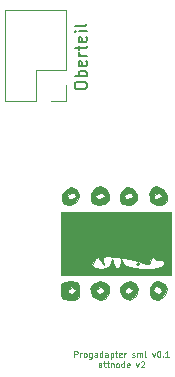
<source format=gto>
G04 #@! TF.GenerationSoftware,KiCad,Pcbnew,(5.1.8)-1*
G04 #@! TF.CreationDate,2020-11-16T17:30:03+01:00*
G04 #@! TF.ProjectId,LORA_ATTINY84,4c4f5241-5f41-4545-9449-4e5938342e6b,rev?*
G04 #@! TF.SameCoordinates,Original*
G04 #@! TF.FileFunction,Legend,Top*
G04 #@! TF.FilePolarity,Positive*
%FSLAX46Y46*%
G04 Gerber Fmt 4.6, Leading zero omitted, Abs format (unit mm)*
G04 Created by KiCad (PCBNEW (5.1.8)-1) date 2020-11-16 17:30:03*
%MOMM*%
%LPD*%
G01*
G04 APERTURE LIST*
%ADD10C,0.150000*%
%ADD11C,0.125000*%
%ADD12C,0.010000*%
%ADD13C,0.120000*%
G04 APERTURE END LIST*
D10*
X66482980Y-64120400D02*
X66482980Y-63929923D01*
X66530600Y-63834685D01*
X66625838Y-63739447D01*
X66816314Y-63691828D01*
X67149647Y-63691828D01*
X67340123Y-63739447D01*
X67435361Y-63834685D01*
X67482980Y-63929923D01*
X67482980Y-64120400D01*
X67435361Y-64215638D01*
X67340123Y-64310876D01*
X67149647Y-64358495D01*
X66816314Y-64358495D01*
X66625838Y-64310876D01*
X66530600Y-64215638D01*
X66482980Y-64120400D01*
X67482980Y-63263257D02*
X66482980Y-63263257D01*
X66863933Y-63263257D02*
X66816314Y-63168019D01*
X66816314Y-62977542D01*
X66863933Y-62882304D01*
X66911552Y-62834685D01*
X67006790Y-62787066D01*
X67292504Y-62787066D01*
X67387742Y-62834685D01*
X67435361Y-62882304D01*
X67482980Y-62977542D01*
X67482980Y-63168019D01*
X67435361Y-63263257D01*
X67435361Y-61977542D02*
X67482980Y-62072780D01*
X67482980Y-62263257D01*
X67435361Y-62358495D01*
X67340123Y-62406114D01*
X66959171Y-62406114D01*
X66863933Y-62358495D01*
X66816314Y-62263257D01*
X66816314Y-62072780D01*
X66863933Y-61977542D01*
X66959171Y-61929923D01*
X67054409Y-61929923D01*
X67149647Y-62406114D01*
X67482980Y-61501352D02*
X66816314Y-61501352D01*
X67006790Y-61501352D02*
X66911552Y-61453733D01*
X66863933Y-61406114D01*
X66816314Y-61310876D01*
X66816314Y-61215638D01*
X66816314Y-61025161D02*
X66816314Y-60644209D01*
X66482980Y-60882304D02*
X67340123Y-60882304D01*
X67435361Y-60834685D01*
X67482980Y-60739447D01*
X67482980Y-60644209D01*
X67435361Y-59929923D02*
X67482980Y-60025161D01*
X67482980Y-60215638D01*
X67435361Y-60310876D01*
X67340123Y-60358495D01*
X66959171Y-60358495D01*
X66863933Y-60310876D01*
X66816314Y-60215638D01*
X66816314Y-60025161D01*
X66863933Y-59929923D01*
X66959171Y-59882304D01*
X67054409Y-59882304D01*
X67149647Y-60358495D01*
X67482980Y-59453733D02*
X66816314Y-59453733D01*
X66482980Y-59453733D02*
X66530600Y-59501352D01*
X66578219Y-59453733D01*
X66530600Y-59406114D01*
X66482980Y-59453733D01*
X66578219Y-59453733D01*
X67482980Y-58834685D02*
X67435361Y-58929923D01*
X67340123Y-58977542D01*
X66482980Y-58977542D01*
D11*
X66446104Y-87012290D02*
X66446104Y-86512290D01*
X66636580Y-86512290D01*
X66684200Y-86536100D01*
X66708009Y-86559909D01*
X66731819Y-86607528D01*
X66731819Y-86678957D01*
X66708009Y-86726576D01*
X66684200Y-86750385D01*
X66636580Y-86774195D01*
X66446104Y-86774195D01*
X66946104Y-87012290D02*
X66946104Y-86678957D01*
X66946104Y-86774195D02*
X66969914Y-86726576D01*
X66993723Y-86702766D01*
X67041342Y-86678957D01*
X67088961Y-86678957D01*
X67327057Y-87012290D02*
X67279438Y-86988480D01*
X67255628Y-86964671D01*
X67231819Y-86917052D01*
X67231819Y-86774195D01*
X67255628Y-86726576D01*
X67279438Y-86702766D01*
X67327057Y-86678957D01*
X67398485Y-86678957D01*
X67446104Y-86702766D01*
X67469914Y-86726576D01*
X67493723Y-86774195D01*
X67493723Y-86917052D01*
X67469914Y-86964671D01*
X67446104Y-86988480D01*
X67398485Y-87012290D01*
X67327057Y-87012290D01*
X67922295Y-86678957D02*
X67922295Y-87083719D01*
X67898485Y-87131338D01*
X67874676Y-87155147D01*
X67827057Y-87178957D01*
X67755628Y-87178957D01*
X67708009Y-87155147D01*
X67922295Y-86988480D02*
X67874676Y-87012290D01*
X67779438Y-87012290D01*
X67731819Y-86988480D01*
X67708009Y-86964671D01*
X67684200Y-86917052D01*
X67684200Y-86774195D01*
X67708009Y-86726576D01*
X67731819Y-86702766D01*
X67779438Y-86678957D01*
X67874676Y-86678957D01*
X67922295Y-86702766D01*
X68374676Y-87012290D02*
X68374676Y-86750385D01*
X68350866Y-86702766D01*
X68303247Y-86678957D01*
X68208009Y-86678957D01*
X68160390Y-86702766D01*
X68374676Y-86988480D02*
X68327057Y-87012290D01*
X68208009Y-87012290D01*
X68160390Y-86988480D01*
X68136580Y-86940861D01*
X68136580Y-86893242D01*
X68160390Y-86845623D01*
X68208009Y-86821814D01*
X68327057Y-86821814D01*
X68374676Y-86798004D01*
X68827057Y-87012290D02*
X68827057Y-86512290D01*
X68827057Y-86988480D02*
X68779438Y-87012290D01*
X68684200Y-87012290D01*
X68636580Y-86988480D01*
X68612771Y-86964671D01*
X68588961Y-86917052D01*
X68588961Y-86774195D01*
X68612771Y-86726576D01*
X68636580Y-86702766D01*
X68684200Y-86678957D01*
X68779438Y-86678957D01*
X68827057Y-86702766D01*
X69279438Y-87012290D02*
X69279438Y-86750385D01*
X69255628Y-86702766D01*
X69208009Y-86678957D01*
X69112771Y-86678957D01*
X69065152Y-86702766D01*
X69279438Y-86988480D02*
X69231819Y-87012290D01*
X69112771Y-87012290D01*
X69065152Y-86988480D01*
X69041342Y-86940861D01*
X69041342Y-86893242D01*
X69065152Y-86845623D01*
X69112771Y-86821814D01*
X69231819Y-86821814D01*
X69279438Y-86798004D01*
X69517533Y-86678957D02*
X69517533Y-87178957D01*
X69517533Y-86702766D02*
X69565152Y-86678957D01*
X69660390Y-86678957D01*
X69708009Y-86702766D01*
X69731819Y-86726576D01*
X69755628Y-86774195D01*
X69755628Y-86917052D01*
X69731819Y-86964671D01*
X69708009Y-86988480D01*
X69660390Y-87012290D01*
X69565152Y-87012290D01*
X69517533Y-86988480D01*
X69898485Y-86678957D02*
X70088961Y-86678957D01*
X69969914Y-86512290D02*
X69969914Y-86940861D01*
X69993723Y-86988480D01*
X70041342Y-87012290D01*
X70088961Y-87012290D01*
X70446104Y-86988480D02*
X70398485Y-87012290D01*
X70303247Y-87012290D01*
X70255628Y-86988480D01*
X70231819Y-86940861D01*
X70231819Y-86750385D01*
X70255628Y-86702766D01*
X70303247Y-86678957D01*
X70398485Y-86678957D01*
X70446104Y-86702766D01*
X70469914Y-86750385D01*
X70469914Y-86798004D01*
X70231819Y-86845623D01*
X70684200Y-87012290D02*
X70684200Y-86678957D01*
X70684200Y-86774195D02*
X70708009Y-86726576D01*
X70731819Y-86702766D01*
X70779438Y-86678957D01*
X70827057Y-86678957D01*
X71350866Y-86988480D02*
X71398485Y-87012290D01*
X71493723Y-87012290D01*
X71541342Y-86988480D01*
X71565152Y-86940861D01*
X71565152Y-86917052D01*
X71541342Y-86869433D01*
X71493723Y-86845623D01*
X71422295Y-86845623D01*
X71374676Y-86821814D01*
X71350866Y-86774195D01*
X71350866Y-86750385D01*
X71374676Y-86702766D01*
X71422295Y-86678957D01*
X71493723Y-86678957D01*
X71541342Y-86702766D01*
X71779438Y-87012290D02*
X71779438Y-86678957D01*
X71779438Y-86726576D02*
X71803247Y-86702766D01*
X71850866Y-86678957D01*
X71922295Y-86678957D01*
X71969914Y-86702766D01*
X71993723Y-86750385D01*
X71993723Y-87012290D01*
X71993723Y-86750385D02*
X72017533Y-86702766D01*
X72065152Y-86678957D01*
X72136580Y-86678957D01*
X72184200Y-86702766D01*
X72208009Y-86750385D01*
X72208009Y-87012290D01*
X72517533Y-87012290D02*
X72469914Y-86988480D01*
X72446104Y-86940861D01*
X72446104Y-86512290D01*
X73041342Y-86678957D02*
X73160390Y-87012290D01*
X73279438Y-86678957D01*
X73565152Y-86512290D02*
X73612771Y-86512290D01*
X73660390Y-86536100D01*
X73684200Y-86559909D01*
X73708009Y-86607528D01*
X73731819Y-86702766D01*
X73731819Y-86821814D01*
X73708009Y-86917052D01*
X73684200Y-86964671D01*
X73660390Y-86988480D01*
X73612771Y-87012290D01*
X73565152Y-87012290D01*
X73517533Y-86988480D01*
X73493723Y-86964671D01*
X73469914Y-86917052D01*
X73446104Y-86821814D01*
X73446104Y-86702766D01*
X73469914Y-86607528D01*
X73493723Y-86559909D01*
X73517533Y-86536100D01*
X73565152Y-86512290D01*
X73946104Y-86964671D02*
X73969914Y-86988480D01*
X73946104Y-87012290D01*
X73922295Y-86988480D01*
X73946104Y-86964671D01*
X73946104Y-87012290D01*
X74446104Y-87012290D02*
X74160390Y-87012290D01*
X74303247Y-87012290D02*
X74303247Y-86512290D01*
X74255628Y-86583719D01*
X74208009Y-86631338D01*
X74160390Y-86655147D01*
X68743723Y-87887290D02*
X68743723Y-87625385D01*
X68719914Y-87577766D01*
X68672295Y-87553957D01*
X68577057Y-87553957D01*
X68529438Y-87577766D01*
X68743723Y-87863480D02*
X68696104Y-87887290D01*
X68577057Y-87887290D01*
X68529438Y-87863480D01*
X68505628Y-87815861D01*
X68505628Y-87768242D01*
X68529438Y-87720623D01*
X68577057Y-87696814D01*
X68696104Y-87696814D01*
X68743723Y-87673004D01*
X68910390Y-87553957D02*
X69100866Y-87553957D01*
X68981819Y-87387290D02*
X68981819Y-87815861D01*
X69005628Y-87863480D01*
X69053247Y-87887290D01*
X69100866Y-87887290D01*
X69196104Y-87553957D02*
X69386580Y-87553957D01*
X69267533Y-87387290D02*
X69267533Y-87815861D01*
X69291342Y-87863480D01*
X69338961Y-87887290D01*
X69386580Y-87887290D01*
X69553247Y-87553957D02*
X69553247Y-87887290D01*
X69553247Y-87601576D02*
X69577057Y-87577766D01*
X69624676Y-87553957D01*
X69696104Y-87553957D01*
X69743723Y-87577766D01*
X69767533Y-87625385D01*
X69767533Y-87887290D01*
X70077057Y-87887290D02*
X70029438Y-87863480D01*
X70005628Y-87839671D01*
X69981819Y-87792052D01*
X69981819Y-87649195D01*
X70005628Y-87601576D01*
X70029438Y-87577766D01*
X70077057Y-87553957D01*
X70148485Y-87553957D01*
X70196104Y-87577766D01*
X70219914Y-87601576D01*
X70243723Y-87649195D01*
X70243723Y-87792052D01*
X70219914Y-87839671D01*
X70196104Y-87863480D01*
X70148485Y-87887290D01*
X70077057Y-87887290D01*
X70672295Y-87887290D02*
X70672295Y-87387290D01*
X70672295Y-87863480D02*
X70624676Y-87887290D01*
X70529438Y-87887290D01*
X70481819Y-87863480D01*
X70458009Y-87839671D01*
X70434200Y-87792052D01*
X70434200Y-87649195D01*
X70458009Y-87601576D01*
X70481819Y-87577766D01*
X70529438Y-87553957D01*
X70624676Y-87553957D01*
X70672295Y-87577766D01*
X71100866Y-87863480D02*
X71053247Y-87887290D01*
X70958009Y-87887290D01*
X70910390Y-87863480D01*
X70886580Y-87815861D01*
X70886580Y-87625385D01*
X70910390Y-87577766D01*
X70958009Y-87553957D01*
X71053247Y-87553957D01*
X71100866Y-87577766D01*
X71124676Y-87625385D01*
X71124676Y-87673004D01*
X70886580Y-87720623D01*
X71672295Y-87553957D02*
X71791342Y-87887290D01*
X71910390Y-87553957D01*
X72077057Y-87434909D02*
X72100866Y-87411100D01*
X72148485Y-87387290D01*
X72267533Y-87387290D01*
X72315152Y-87411100D01*
X72338961Y-87434909D01*
X72362771Y-87482528D01*
X72362771Y-87530147D01*
X72338961Y-87601576D01*
X72053247Y-87887290D01*
X72362771Y-87887290D01*
D12*
G36*
X66649572Y-80668471D02*
G01*
X66858974Y-80980978D01*
X66883547Y-81404326D01*
X66817296Y-81972457D01*
X66504789Y-82181859D01*
X66081442Y-82206432D01*
X65513311Y-82140181D01*
X65303909Y-81827674D01*
X65279336Y-81404326D01*
X65281674Y-81384274D01*
X65865319Y-81384274D01*
X65994383Y-81628071D01*
X66215126Y-81671695D01*
X66547885Y-81536032D01*
X66564933Y-81384274D01*
X66288907Y-81108039D01*
X66215126Y-81096853D01*
X65901627Y-81305004D01*
X65865319Y-81384274D01*
X65281674Y-81384274D01*
X65345587Y-80836195D01*
X65658094Y-80626794D01*
X66081442Y-80602221D01*
X66649572Y-80668471D01*
G37*
X66649572Y-80668471D02*
X66858974Y-80980978D01*
X66883547Y-81404326D01*
X66817296Y-81972457D01*
X66504789Y-82181859D01*
X66081442Y-82206432D01*
X65513311Y-82140181D01*
X65303909Y-81827674D01*
X65279336Y-81404326D01*
X65281674Y-81384274D01*
X65865319Y-81384274D01*
X65994383Y-81628071D01*
X66215126Y-81671695D01*
X66547885Y-81536032D01*
X66564933Y-81384274D01*
X66288907Y-81108039D01*
X66215126Y-81096853D01*
X65901627Y-81305004D01*
X65865319Y-81384274D01*
X65281674Y-81384274D01*
X65345587Y-80836195D01*
X65658094Y-80626794D01*
X66081442Y-80602221D01*
X66649572Y-80668471D01*
G36*
X69169882Y-80771759D02*
G01*
X69399554Y-81037162D01*
X69379264Y-81600113D01*
X69022302Y-82067305D01*
X68621442Y-82206432D01*
X68174355Y-82019596D01*
X67981145Y-81839267D01*
X67824777Y-81384274D01*
X68271635Y-81384274D01*
X68400699Y-81628071D01*
X68621442Y-81671695D01*
X68954201Y-81536032D01*
X68971249Y-81384274D01*
X68695222Y-81108039D01*
X68621442Y-81096853D01*
X68307943Y-81305004D01*
X68271635Y-81384274D01*
X67824777Y-81384274D01*
X67792713Y-81290979D01*
X68028745Y-80815880D01*
X68591588Y-80602637D01*
X68621442Y-80602221D01*
X69169882Y-80771759D01*
G37*
X69169882Y-80771759D02*
X69399554Y-81037162D01*
X69379264Y-81600113D01*
X69022302Y-82067305D01*
X68621442Y-82206432D01*
X68174355Y-82019596D01*
X67981145Y-81839267D01*
X67824777Y-81384274D01*
X68271635Y-81384274D01*
X68400699Y-81628071D01*
X68621442Y-81671695D01*
X68954201Y-81536032D01*
X68971249Y-81384274D01*
X68695222Y-81108039D01*
X68621442Y-81096853D01*
X68307943Y-81305004D01*
X68271635Y-81384274D01*
X67824777Y-81384274D01*
X67792713Y-81290979D01*
X68028745Y-80815880D01*
X68591588Y-80602637D01*
X68621442Y-80602221D01*
X69169882Y-80771759D01*
G36*
X71655089Y-80814644D02*
G01*
X71847685Y-81299985D01*
X71675349Y-81830347D01*
X71668054Y-81839267D01*
X71133209Y-82182402D01*
X70613963Y-82017262D01*
X70381257Y-81712654D01*
X70337081Y-81384274D01*
X70677950Y-81384274D01*
X70807014Y-81628071D01*
X71027757Y-81671695D01*
X71360516Y-81536032D01*
X71377564Y-81384274D01*
X71101538Y-81108039D01*
X71027757Y-81096853D01*
X70714259Y-81305004D01*
X70677950Y-81384274D01*
X70337081Y-81384274D01*
X70303601Y-81135410D01*
X70659394Y-80721856D01*
X71186310Y-80602221D01*
X71655089Y-80814644D01*
G37*
X71655089Y-80814644D02*
X71847685Y-81299985D01*
X71675349Y-81830347D01*
X71668054Y-81839267D01*
X71133209Y-82182402D01*
X70613963Y-82017262D01*
X70381257Y-81712654D01*
X70337081Y-81384274D01*
X70677950Y-81384274D01*
X70807014Y-81628071D01*
X71027757Y-81671695D01*
X71360516Y-81536032D01*
X71377564Y-81384274D01*
X71101538Y-81108039D01*
X71027757Y-81096853D01*
X70714259Y-81305004D01*
X70677950Y-81384274D01*
X70337081Y-81384274D01*
X70303601Y-81135410D01*
X70659394Y-80721856D01*
X71186310Y-80602221D01*
X71655089Y-80814644D01*
G36*
X74113704Y-80802680D02*
G01*
X74310454Y-81277773D01*
X74099668Y-81808784D01*
X73584898Y-82164767D01*
X73096611Y-82106138D01*
X72862340Y-81805379D01*
X72830555Y-81317458D01*
X73146353Y-81317458D01*
X73360329Y-81607869D01*
X73583537Y-81671695D01*
X73830298Y-81492305D01*
X73835126Y-81448888D01*
X73660712Y-81061414D01*
X73298660Y-81007607D01*
X73258735Y-81029017D01*
X73146353Y-81317458D01*
X72830555Y-81317458D01*
X72819731Y-81151307D01*
X73165392Y-80703689D01*
X73567757Y-80602221D01*
X74113704Y-80802680D01*
G37*
X74113704Y-80802680D02*
X74310454Y-81277773D01*
X74099668Y-81808784D01*
X73584898Y-82164767D01*
X73096611Y-82106138D01*
X72862340Y-81805379D01*
X72830555Y-81317458D01*
X73146353Y-81317458D01*
X73360329Y-81607869D01*
X73583537Y-81671695D01*
X73830298Y-81492305D01*
X73835126Y-81448888D01*
X73660712Y-81061414D01*
X73298660Y-81007607D01*
X73258735Y-81029017D01*
X73146353Y-81317458D01*
X72830555Y-81317458D01*
X72819731Y-81151307D01*
X73165392Y-80703689D01*
X73567757Y-80602221D01*
X74113704Y-80802680D01*
G36*
X74637231Y-80067484D02*
G01*
X65279336Y-80067484D01*
X65279336Y-79250510D01*
X67979460Y-79250510D01*
X68183623Y-79480636D01*
X68755126Y-79532747D01*
X69375407Y-79426084D01*
X69587686Y-79072669D01*
X69588246Y-79064853D01*
X69625592Y-78735336D01*
X69704514Y-78925201D01*
X69741535Y-79064853D01*
X69961774Y-79461351D01*
X70111572Y-79532747D01*
X70336831Y-79310740D01*
X70390351Y-79064853D01*
X70427697Y-78735336D01*
X70506619Y-78925201D01*
X70543640Y-79064853D01*
X70848483Y-79336469D01*
X71486229Y-79509000D01*
X72293028Y-79580687D01*
X73105031Y-79549769D01*
X73758385Y-79414485D01*
X74089241Y-79173075D01*
X74102494Y-79103089D01*
X73938099Y-78799506D01*
X73701442Y-78827330D01*
X73357545Y-78825465D01*
X73300389Y-78706471D01*
X73135510Y-78555877D01*
X73028659Y-78599653D01*
X72865008Y-78905310D01*
X72896249Y-78993014D01*
X72807908Y-79139526D01*
X72566399Y-79128680D01*
X72169573Y-79027211D01*
X72097231Y-78984345D01*
X71842538Y-78886566D01*
X71123522Y-78746899D01*
X70007784Y-78578276D01*
X69888966Y-78561950D01*
X69186464Y-78489706D01*
X68889791Y-78558474D01*
X68879382Y-78809744D01*
X68906522Y-78902849D01*
X69002783Y-79245558D01*
X68897673Y-79136786D01*
X68744076Y-78899090D01*
X68458713Y-78574479D01*
X68229453Y-78710881D01*
X68193246Y-78765406D01*
X67979460Y-79250510D01*
X65279336Y-79250510D01*
X65279336Y-74720116D01*
X74637231Y-74720116D01*
X74637231Y-80067484D01*
G37*
X74637231Y-80067484D02*
X65279336Y-80067484D01*
X65279336Y-79250510D01*
X67979460Y-79250510D01*
X68183623Y-79480636D01*
X68755126Y-79532747D01*
X69375407Y-79426084D01*
X69587686Y-79072669D01*
X69588246Y-79064853D01*
X69625592Y-78735336D01*
X69704514Y-78925201D01*
X69741535Y-79064853D01*
X69961774Y-79461351D01*
X70111572Y-79532747D01*
X70336831Y-79310740D01*
X70390351Y-79064853D01*
X70427697Y-78735336D01*
X70506619Y-78925201D01*
X70543640Y-79064853D01*
X70848483Y-79336469D01*
X71486229Y-79509000D01*
X72293028Y-79580687D01*
X73105031Y-79549769D01*
X73758385Y-79414485D01*
X74089241Y-79173075D01*
X74102494Y-79103089D01*
X73938099Y-78799506D01*
X73701442Y-78827330D01*
X73357545Y-78825465D01*
X73300389Y-78706471D01*
X73135510Y-78555877D01*
X73028659Y-78599653D01*
X72865008Y-78905310D01*
X72896249Y-78993014D01*
X72807908Y-79139526D01*
X72566399Y-79128680D01*
X72169573Y-79027211D01*
X72097231Y-78984345D01*
X71842538Y-78886566D01*
X71123522Y-78746899D01*
X70007784Y-78578276D01*
X69888966Y-78561950D01*
X69186464Y-78489706D01*
X68889791Y-78558474D01*
X68879382Y-78809744D01*
X68906522Y-78902849D01*
X69002783Y-79245558D01*
X68897673Y-79136786D01*
X68744076Y-78899090D01*
X68458713Y-78574479D01*
X68229453Y-78710881D01*
X68193246Y-78765406D01*
X67979460Y-79250510D01*
X65279336Y-79250510D01*
X65279336Y-74720116D01*
X74637231Y-74720116D01*
X74637231Y-80067484D01*
G36*
X66627629Y-72776877D02*
G01*
X66844674Y-73253405D01*
X66835457Y-73448920D01*
X66572311Y-73931392D01*
X66093334Y-74154602D01*
X65610323Y-74070185D01*
X65375264Y-73782346D01*
X65401418Y-73383274D01*
X65814073Y-73383274D01*
X66030630Y-73620477D01*
X66215126Y-73650642D01*
X66570931Y-73506271D01*
X66616178Y-73383274D01*
X66399621Y-73146070D01*
X66215126Y-73115905D01*
X65859320Y-73260276D01*
X65814073Y-73383274D01*
X65401418Y-73383274D01*
X65410035Y-73251798D01*
X65623096Y-72924928D01*
X66161936Y-72642100D01*
X66627629Y-72776877D01*
G37*
X66627629Y-72776877D02*
X66844674Y-73253405D01*
X66835457Y-73448920D01*
X66572311Y-73931392D01*
X66093334Y-74154602D01*
X65610323Y-74070185D01*
X65375264Y-73782346D01*
X65401418Y-73383274D01*
X65814073Y-73383274D01*
X66030630Y-73620477D01*
X66215126Y-73650642D01*
X66570931Y-73506271D01*
X66616178Y-73383274D01*
X66399621Y-73146070D01*
X66215126Y-73115905D01*
X65859320Y-73260276D01*
X65814073Y-73383274D01*
X65401418Y-73383274D01*
X65410035Y-73251798D01*
X65623096Y-72924928D01*
X66161936Y-72642100D01*
X66627629Y-72776877D01*
G36*
X69125663Y-72806401D02*
G01*
X69419718Y-73317493D01*
X69399554Y-73750438D01*
X69028736Y-74097817D01*
X68466108Y-74162998D01*
X67974073Y-73945980D01*
X67843329Y-73750438D01*
X67856562Y-73383274D01*
X68220389Y-73383274D01*
X68436946Y-73620477D01*
X68621442Y-73650642D01*
X68977247Y-73506271D01*
X69022494Y-73383274D01*
X68805937Y-73146070D01*
X68621442Y-73115905D01*
X68265636Y-73260276D01*
X68220389Y-73383274D01*
X67856562Y-73383274D01*
X67863619Y-73187487D01*
X68220581Y-72720295D01*
X68621442Y-72581168D01*
X69125663Y-72806401D01*
G37*
X69125663Y-72806401D02*
X69419718Y-73317493D01*
X69399554Y-73750438D01*
X69028736Y-74097817D01*
X68466108Y-74162998D01*
X67974073Y-73945980D01*
X67843329Y-73750438D01*
X67856562Y-73383274D01*
X68220389Y-73383274D01*
X68436946Y-73620477D01*
X68621442Y-73650642D01*
X68977247Y-73506271D01*
X69022494Y-73383274D01*
X68805937Y-73146070D01*
X68621442Y-73115905D01*
X68265636Y-73260276D01*
X68220389Y-73383274D01*
X67856562Y-73383274D01*
X67863619Y-73187487D01*
X68220581Y-72720295D01*
X68621442Y-72581168D01*
X69125663Y-72806401D01*
G36*
X71321815Y-72729179D02*
G01*
X71346308Y-72743992D01*
X71782671Y-73220079D01*
X71785982Y-73721085D01*
X71383373Y-74073791D01*
X71128755Y-74133000D01*
X70512550Y-74059354D01*
X70278172Y-73824778D01*
X70301376Y-73383274D01*
X70626705Y-73383274D01*
X70843262Y-73620477D01*
X71027757Y-73650642D01*
X71383563Y-73506271D01*
X71428810Y-73383274D01*
X71212253Y-73146070D01*
X71027757Y-73115905D01*
X70671952Y-73260276D01*
X70626705Y-73383274D01*
X70301376Y-73383274D01*
X70304769Y-73318717D01*
X70495725Y-72941367D01*
X70878007Y-72608762D01*
X71321815Y-72729179D01*
G37*
X71321815Y-72729179D02*
X71346308Y-72743992D01*
X71782671Y-73220079D01*
X71785982Y-73721085D01*
X71383373Y-74073791D01*
X71128755Y-74133000D01*
X70512550Y-74059354D01*
X70278172Y-73824778D01*
X70301376Y-73383274D01*
X70626705Y-73383274D01*
X70843262Y-73620477D01*
X71027757Y-73650642D01*
X71383563Y-73506271D01*
X71428810Y-73383274D01*
X71212253Y-73146070D01*
X71027757Y-73115905D01*
X70671952Y-73260276D01*
X70626705Y-73383274D01*
X70301376Y-73383274D01*
X70304769Y-73318717D01*
X70495725Y-72941367D01*
X70878007Y-72608762D01*
X71321815Y-72729179D01*
G36*
X73914416Y-72797821D02*
G01*
X74259335Y-73291000D01*
X74274482Y-73780921D01*
X73912767Y-74112900D01*
X73374860Y-74156396D01*
X72933636Y-73910750D01*
X72862340Y-73784326D01*
X72829979Y-73383274D01*
X73166705Y-73383274D01*
X73227317Y-73612168D01*
X73418294Y-73650642D01*
X73784111Y-73511049D01*
X73835126Y-73383274D01*
X73643228Y-73123558D01*
X73583537Y-73115905D01*
X73221430Y-73310255D01*
X73166705Y-73383274D01*
X72829979Y-73383274D01*
X72813438Y-73178283D01*
X73065500Y-72710545D01*
X73392944Y-72581168D01*
X73914416Y-72797821D01*
G37*
X73914416Y-72797821D02*
X74259335Y-73291000D01*
X74274482Y-73780921D01*
X73912767Y-74112900D01*
X73374860Y-74156396D01*
X72933636Y-73910750D01*
X72862340Y-73784326D01*
X72829979Y-73383274D01*
X73166705Y-73383274D01*
X73227317Y-73612168D01*
X73418294Y-73650642D01*
X73784111Y-73511049D01*
X73835126Y-73383274D01*
X73643228Y-73123558D01*
X73583537Y-73115905D01*
X73221430Y-73310255D01*
X73166705Y-73383274D01*
X72829979Y-73383274D01*
X72813438Y-73178283D01*
X73065500Y-72710545D01*
X73392944Y-72581168D01*
X73914416Y-72797821D01*
G36*
X71963547Y-79131695D02*
G01*
X71829863Y-79265379D01*
X71696178Y-79131695D01*
X71829863Y-78998010D01*
X71963547Y-79131695D01*
G37*
X71963547Y-79131695D02*
X71829863Y-79265379D01*
X71696178Y-79131695D01*
X71829863Y-78998010D01*
X71963547Y-79131695D01*
D13*
X65769800Y-65338000D02*
X64439800Y-65338000D01*
X65769800Y-64008000D02*
X65769800Y-65338000D01*
X63169800Y-65338000D02*
X60569800Y-65338000D01*
X63169800Y-62738000D02*
X63169800Y-65338000D01*
X65769800Y-62738000D02*
X63169800Y-62738000D01*
X60569800Y-65338000D02*
X60569800Y-57598000D01*
X65769800Y-62738000D02*
X65769800Y-57598000D01*
X65769800Y-57598000D02*
X60569800Y-57598000D01*
M02*

</source>
